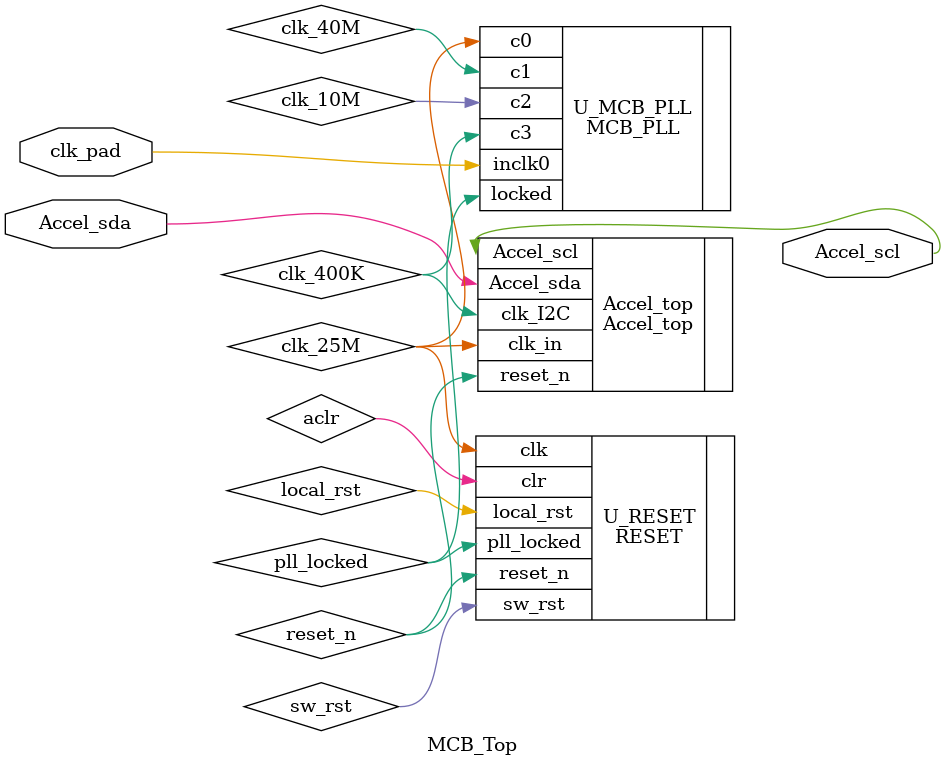
<source format=v>
`timescale 1 ns / 100 ps
module MCB_Top(
	input clk_pad,
	output wire Accel_scl,
	inout Accel_sda
);

//////clock wire list/////////
wire clk_25M;		//25MHz
wire clk_40M;
wire clk_10M;		//10MHz
wire clk_400K;

//////Reset wire list/////////
wire sw_rst;						//software reset
wire pll_locked;					//PLL locked
wire reset_n;						//reset; active low
wire local_rst;						//local reset after power on
wire aclr;							//aclr; active high


//Reset
RESET U_RESET(
	.clk(clk_25M),
	.sw_rst(sw_rst),
	.pll_locked(pll_locked),
	.reset_n(reset_n),
	.local_rst(local_rst),
	.clr(aclr) 
);

//PLL
MCB_PLL U_MCB_PLL(
	.inclk0(clk_pad),
	.c0(clk_25M),
	.c1(clk_40M),
	.c2(clk_10M),
	.c3(clk_400K),
	.locked(pll_locked)
);

Accel_top Accel_top(
	.clk_in(clk_25M),
	.clk_I2C(clk_400K),
	.reset_n(reset_n),
	.Accel_scl(Accel_scl),	
	.Accel_sda(Accel_sda)
);

endmodule








</source>
